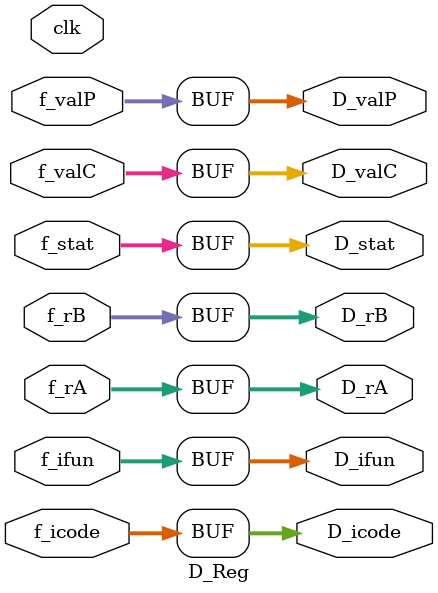
<source format=v>
module D_Reg(D_stat,D_icode,D_ifun,D_rA,D_rB,D_valC,D_valP,f_stat,f_icode,f_ifun,f_rA,f_rB,f_valC,f_valP,clk);
    output reg [2:0] D_stat;
    output reg [3:0] D_icode;
    output reg [3:0] D_ifun;
    output reg [3:0] D_rA;
    output reg [3:0] D_rB;
    output reg [63:0] D_valC;
    output reg [63:0] D_valP;
    input [2:0] f_stat;
    input [3:0] f_icode;
    input [3:0] f_ifun;
    input [3:0] f_rA;
    input [3:0] f_rB;
    input [63:0] f_valC;
    input [63:0] f_valP;
    input clk;
    always @(*)
    begin
        D_stat = f_stat;
        D_icode = f_icode;
        D_ifun = f_ifun;
        D_rA = f_rA;
        D_rB = f_rB;
        D_valC = f_valC;
        D_valP = f_valP;
    end
endmodule
</source>
